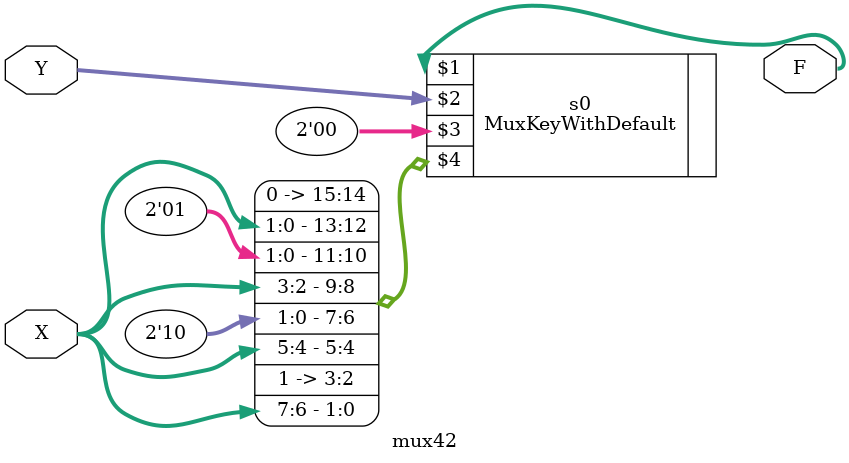
<source format=v>
module mux42(
    input [7:0] X,
    input [1:0] Y,
    output [1:0] F
);
    MuxKeyWithDefault #(4, 2, 2) s0 (F, Y, 2'h0, {
        2'b00, X[1:0],
        2'b01, X[3:2],
        2'b10, X[5:4],
        2'b11, X[7:6]
    });
    // assign F = 2'b01;
endmodule
</source>
